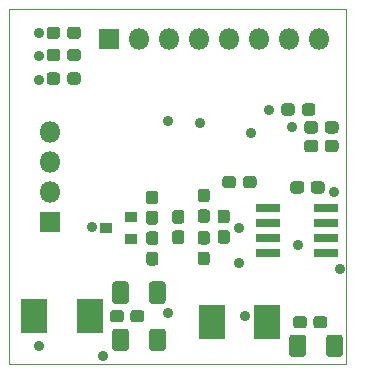
<source format=gbr>
%TF.GenerationSoftware,KiCad,Pcbnew,(5.1.6)-1*%
%TF.CreationDate,2021-09-30T15:23:08+02:00*%
%TF.ProjectId,Board,426f6172-642e-46b6-9963-61645f706362,rev?*%
%TF.SameCoordinates,PX367e320PY64168f0*%
%TF.FileFunction,Soldermask,Bot*%
%TF.FilePolarity,Negative*%
%FSLAX46Y46*%
G04 Gerber Fmt 4.6, Leading zero omitted, Abs format (unit mm)*
G04 Created by KiCad (PCBNEW (5.1.6)-1) date 2021-09-30 15:23:08*
%MOMM*%
%LPD*%
G01*
G04 APERTURE LIST*
%TA.AperFunction,Profile*%
%ADD10C,0.050000*%
%TD*%
%ADD11R,2.300000X2.850000*%
%ADD12R,2.081200X0.658800*%
%ADD13R,1.000000X0.900000*%
%ADD14R,1.800000X1.800000*%
%ADD15O,1.800000X1.800000*%
%ADD16C,0.900000*%
G04 APERTURE END LIST*
D10*
X28500000Y0D02*
X0Y0D01*
X28500000Y30000000D02*
X28500000Y0D01*
X0Y30000000D02*
X28500000Y30000000D01*
X0Y0D02*
X0Y30000000D01*
G36*
G01*
X25550000Y14657500D02*
X25550000Y15182500D01*
G75*
G02*
X25812500Y15445000I262500J0D01*
G01*
X26462500Y15445000D01*
G75*
G02*
X26725000Y15182500I0J-262500D01*
G01*
X26725000Y14657500D01*
G75*
G02*
X26462500Y14395000I-262500J0D01*
G01*
X25812500Y14395000D01*
G75*
G02*
X25550000Y14657500I0J262500D01*
G01*
G37*
G36*
G01*
X23825000Y14657500D02*
X23825000Y15182500D01*
G75*
G02*
X24087500Y15445000I262500J0D01*
G01*
X24737500Y15445000D01*
G75*
G02*
X25000000Y15182500I0J-262500D01*
G01*
X25000000Y14657500D01*
G75*
G02*
X24737500Y14395000I-262500J0D01*
G01*
X24087500Y14395000D01*
G75*
G02*
X23825000Y14657500I0J262500D01*
G01*
G37*
D11*
X21850000Y3500000D03*
X17150000Y3500000D03*
X6850000Y4000000D03*
X2150000Y4000000D03*
G36*
G01*
X26175000Y20262500D02*
X26175000Y19737500D01*
G75*
G02*
X25912500Y19475000I-262500J0D01*
G01*
X25262500Y19475000D01*
G75*
G02*
X25000000Y19737500I0J262500D01*
G01*
X25000000Y20262500D01*
G75*
G02*
X25262500Y20525000I262500J0D01*
G01*
X25912500Y20525000D01*
G75*
G02*
X26175000Y20262500I0J-262500D01*
G01*
G37*
G36*
G01*
X27900000Y20262500D02*
X27900000Y19737500D01*
G75*
G02*
X27637500Y19475000I-262500J0D01*
G01*
X26987500Y19475000D01*
G75*
G02*
X26725000Y19737500I0J262500D01*
G01*
X26725000Y20262500D01*
G75*
G02*
X26987500Y20525000I262500J0D01*
G01*
X27637500Y20525000D01*
G75*
G02*
X27900000Y20262500I0J-262500D01*
G01*
G37*
G36*
G01*
X26175000Y18672500D02*
X26175000Y18147500D01*
G75*
G02*
X25912500Y17885000I-262500J0D01*
G01*
X25262500Y17885000D01*
G75*
G02*
X25000000Y18147500I0J262500D01*
G01*
X25000000Y18672500D01*
G75*
G02*
X25262500Y18935000I262500J0D01*
G01*
X25912500Y18935000D01*
G75*
G02*
X26175000Y18672500I0J-262500D01*
G01*
G37*
G36*
G01*
X27900000Y18672500D02*
X27900000Y18147500D01*
G75*
G02*
X27637500Y17885000I-262500J0D01*
G01*
X26987500Y17885000D01*
G75*
G02*
X26725000Y18147500I0J262500D01*
G01*
X26725000Y18672500D01*
G75*
G02*
X26987500Y18935000I262500J0D01*
G01*
X27637500Y18935000D01*
G75*
G02*
X27900000Y18672500I0J-262500D01*
G01*
G37*
G36*
G01*
X25775000Y3237500D02*
X25775000Y3762500D01*
G75*
G02*
X26037500Y4025000I262500J0D01*
G01*
X26687500Y4025000D01*
G75*
G02*
X26950000Y3762500I0J-262500D01*
G01*
X26950000Y3237500D01*
G75*
G02*
X26687500Y2975000I-262500J0D01*
G01*
X26037500Y2975000D01*
G75*
G02*
X25775000Y3237500I0J262500D01*
G01*
G37*
G36*
G01*
X24050000Y3237500D02*
X24050000Y3762500D01*
G75*
G02*
X24312500Y4025000I262500J0D01*
G01*
X24962500Y4025000D01*
G75*
G02*
X25225000Y3762500I0J-262500D01*
G01*
X25225000Y3237500D01*
G75*
G02*
X24962500Y2975000I-262500J0D01*
G01*
X24312500Y2975000D01*
G75*
G02*
X24050000Y3237500I0J262500D01*
G01*
G37*
G36*
G01*
X10275000Y3737500D02*
X10275000Y4262500D01*
G75*
G02*
X10537500Y4525000I262500J0D01*
G01*
X11187500Y4525000D01*
G75*
G02*
X11450000Y4262500I0J-262500D01*
G01*
X11450000Y3737500D01*
G75*
G02*
X11187500Y3475000I-262500J0D01*
G01*
X10537500Y3475000D01*
G75*
G02*
X10275000Y3737500I0J262500D01*
G01*
G37*
G36*
G01*
X8550000Y3737500D02*
X8550000Y4262500D01*
G75*
G02*
X8812500Y4525000I262500J0D01*
G01*
X9462500Y4525000D01*
G75*
G02*
X9725000Y4262500I0J-262500D01*
G01*
X9725000Y3737500D01*
G75*
G02*
X9462500Y3475000I-262500J0D01*
G01*
X8812500Y3475000D01*
G75*
G02*
X8550000Y3737500I0J262500D01*
G01*
G37*
G36*
G01*
X18442500Y11862500D02*
X17917500Y11862500D01*
G75*
G02*
X17655000Y12125000I0J262500D01*
G01*
X17655000Y12775000D01*
G75*
G02*
X17917500Y13037500I262500J0D01*
G01*
X18442500Y13037500D01*
G75*
G02*
X18705000Y12775000I0J-262500D01*
G01*
X18705000Y12125000D01*
G75*
G02*
X18442500Y11862500I-262500J0D01*
G01*
G37*
G36*
G01*
X18442500Y10137500D02*
X17917500Y10137500D01*
G75*
G02*
X17655000Y10400000I0J262500D01*
G01*
X17655000Y11050000D01*
G75*
G02*
X17917500Y11312500I262500J0D01*
G01*
X18442500Y11312500D01*
G75*
G02*
X18705000Y11050000I0J-262500D01*
G01*
X18705000Y10400000D01*
G75*
G02*
X18442500Y10137500I-262500J0D01*
G01*
G37*
G36*
G01*
X14067500Y11279000D02*
X14592500Y11279000D01*
G75*
G02*
X14855000Y11016500I0J-262500D01*
G01*
X14855000Y10366500D01*
G75*
G02*
X14592500Y10104000I-262500J0D01*
G01*
X14067500Y10104000D01*
G75*
G02*
X13805000Y10366500I0J262500D01*
G01*
X13805000Y11016500D01*
G75*
G02*
X14067500Y11279000I262500J0D01*
G01*
G37*
G36*
G01*
X14067500Y13004000D02*
X14592500Y13004000D01*
G75*
G02*
X14855000Y12741500I0J-262500D01*
G01*
X14855000Y12091500D01*
G75*
G02*
X14592500Y11829000I-262500J0D01*
G01*
X14067500Y11829000D01*
G75*
G02*
X13805000Y12091500I0J262500D01*
G01*
X13805000Y12741500D01*
G75*
G02*
X14067500Y13004000I262500J0D01*
G01*
G37*
G36*
G01*
X12392500Y10025000D02*
X11867500Y10025000D01*
G75*
G02*
X11605000Y10287500I0J262500D01*
G01*
X11605000Y10937500D01*
G75*
G02*
X11867500Y11200000I262500J0D01*
G01*
X12392500Y11200000D01*
G75*
G02*
X12655000Y10937500I0J-262500D01*
G01*
X12655000Y10287500D01*
G75*
G02*
X12392500Y10025000I-262500J0D01*
G01*
G37*
G36*
G01*
X12392500Y8300000D02*
X11867500Y8300000D01*
G75*
G02*
X11605000Y8562500I0J262500D01*
G01*
X11605000Y9212500D01*
G75*
G02*
X11867500Y9475000I262500J0D01*
G01*
X12392500Y9475000D01*
G75*
G02*
X12655000Y9212500I0J-262500D01*
G01*
X12655000Y8562500D01*
G75*
G02*
X12392500Y8300000I-262500J0D01*
G01*
G37*
G36*
G01*
X12372500Y13475000D02*
X11847500Y13475000D01*
G75*
G02*
X11585000Y13737500I0J262500D01*
G01*
X11585000Y14387500D01*
G75*
G02*
X11847500Y14650000I262500J0D01*
G01*
X12372500Y14650000D01*
G75*
G02*
X12635000Y14387500I0J-262500D01*
G01*
X12635000Y13737500D01*
G75*
G02*
X12372500Y13475000I-262500J0D01*
G01*
G37*
G36*
G01*
X12372500Y11750000D02*
X11847500Y11750000D01*
G75*
G02*
X11585000Y12012500I0J262500D01*
G01*
X11585000Y12662500D01*
G75*
G02*
X11847500Y12925000I262500J0D01*
G01*
X12372500Y12925000D01*
G75*
G02*
X12635000Y12662500I0J-262500D01*
G01*
X12635000Y12012500D01*
G75*
G02*
X12372500Y11750000I-262500J0D01*
G01*
G37*
G36*
G01*
X11850000Y5318866D02*
X11850000Y6681134D01*
G75*
G02*
X12118866Y6950000I268866J0D01*
G01*
X13006134Y6950000D01*
G75*
G02*
X13275000Y6681134I0J-268866D01*
G01*
X13275000Y5318866D01*
G75*
G02*
X13006134Y5050000I-268866J0D01*
G01*
X12118866Y5050000D01*
G75*
G02*
X11850000Y5318866I0J268866D01*
G01*
G37*
G36*
G01*
X8725000Y5318866D02*
X8725000Y6681134D01*
G75*
G02*
X8993866Y6950000I268866J0D01*
G01*
X9881134Y6950000D01*
G75*
G02*
X10150000Y6681134I0J-268866D01*
G01*
X10150000Y5318866D01*
G75*
G02*
X9881134Y5050000I-268866J0D01*
G01*
X8993866Y5050000D01*
G75*
G02*
X8725000Y5318866I0J268866D01*
G01*
G37*
G36*
G01*
X26850000Y818866D02*
X26850000Y2181134D01*
G75*
G02*
X27118866Y2450000I268866J0D01*
G01*
X28006134Y2450000D01*
G75*
G02*
X28275000Y2181134I0J-268866D01*
G01*
X28275000Y818866D01*
G75*
G02*
X28006134Y550000I-268866J0D01*
G01*
X27118866Y550000D01*
G75*
G02*
X26850000Y818866I0J268866D01*
G01*
G37*
G36*
G01*
X23725000Y818866D02*
X23725000Y2181134D01*
G75*
G02*
X23993866Y2450000I268866J0D01*
G01*
X24881134Y2450000D01*
G75*
G02*
X25150000Y2181134I0J-268866D01*
G01*
X25150000Y818866D01*
G75*
G02*
X24881134Y550000I-268866J0D01*
G01*
X23993866Y550000D01*
G75*
G02*
X23725000Y818866I0J268866D01*
G01*
G37*
G36*
G01*
X11850000Y1318866D02*
X11850000Y2681134D01*
G75*
G02*
X12118866Y2950000I268866J0D01*
G01*
X13006134Y2950000D01*
G75*
G02*
X13275000Y2681134I0J-268866D01*
G01*
X13275000Y1318866D01*
G75*
G02*
X13006134Y1050000I-268866J0D01*
G01*
X12118866Y1050000D01*
G75*
G02*
X11850000Y1318866I0J268866D01*
G01*
G37*
G36*
G01*
X8725000Y1318866D02*
X8725000Y2681134D01*
G75*
G02*
X8993866Y2950000I268866J0D01*
G01*
X9881134Y2950000D01*
G75*
G02*
X10150000Y2681134I0J-268866D01*
G01*
X10150000Y1318866D01*
G75*
G02*
X9881134Y1050000I-268866J0D01*
G01*
X8993866Y1050000D01*
G75*
G02*
X8725000Y1318866I0J268866D01*
G01*
G37*
D12*
X26877600Y13205000D03*
X26877600Y11935000D03*
X26877600Y10665000D03*
X26877600Y9395000D03*
X21950000Y9395000D03*
X21950000Y10665000D03*
X21950000Y11935000D03*
X21950000Y13205000D03*
D13*
X10310000Y12440000D03*
X10310000Y10540000D03*
X8210000Y11490000D03*
G36*
G01*
X24200000Y21762500D02*
X24200000Y21237500D01*
G75*
G02*
X23937500Y20975000I-262500J0D01*
G01*
X23312500Y20975000D01*
G75*
G02*
X23050000Y21237500I0J262500D01*
G01*
X23050000Y21762500D01*
G75*
G02*
X23312500Y22025000I262500J0D01*
G01*
X23937500Y22025000D01*
G75*
G02*
X24200000Y21762500I0J-262500D01*
G01*
G37*
G36*
G01*
X25950000Y21762500D02*
X25950000Y21237500D01*
G75*
G02*
X25687500Y20975000I-262500J0D01*
G01*
X25062500Y20975000D01*
G75*
G02*
X24800000Y21237500I0J262500D01*
G01*
X24800000Y21762500D01*
G75*
G02*
X25062500Y22025000I262500J0D01*
G01*
X25687500Y22025000D01*
G75*
G02*
X25950000Y21762500I0J-262500D01*
G01*
G37*
G36*
G01*
X16226500Y13055500D02*
X16751500Y13055500D01*
G75*
G02*
X17014000Y12793000I0J-262500D01*
G01*
X17014000Y12168000D01*
G75*
G02*
X16751500Y11905500I-262500J0D01*
G01*
X16226500Y11905500D01*
G75*
G02*
X15964000Y12168000I0J262500D01*
G01*
X15964000Y12793000D01*
G75*
G02*
X16226500Y13055500I262500J0D01*
G01*
G37*
G36*
G01*
X16226500Y14805500D02*
X16751500Y14805500D01*
G75*
G02*
X17014000Y14543000I0J-262500D01*
G01*
X17014000Y13918000D01*
G75*
G02*
X16751500Y13655500I-262500J0D01*
G01*
X16226500Y13655500D01*
G75*
G02*
X15964000Y13918000I0J262500D01*
G01*
X15964000Y14543000D01*
G75*
G02*
X16226500Y14805500I262500J0D01*
G01*
G37*
G36*
G01*
X16226500Y11226000D02*
X16751500Y11226000D01*
G75*
G02*
X17014000Y10963500I0J-262500D01*
G01*
X17014000Y10338500D01*
G75*
G02*
X16751500Y10076000I-262500J0D01*
G01*
X16226500Y10076000D01*
G75*
G02*
X15964000Y10338500I0J262500D01*
G01*
X15964000Y10963500D01*
G75*
G02*
X16226500Y11226000I262500J0D01*
G01*
G37*
G36*
G01*
X16226500Y9476000D02*
X16751500Y9476000D01*
G75*
G02*
X17014000Y9213500I0J-262500D01*
G01*
X17014000Y8588500D01*
G75*
G02*
X16751500Y8326000I-262500J0D01*
G01*
X16226500Y8326000D01*
G75*
G02*
X15964000Y8588500I0J262500D01*
G01*
X15964000Y9213500D01*
G75*
G02*
X16226500Y9476000I262500J0D01*
G01*
G37*
G36*
G01*
X4930000Y23867500D02*
X4930000Y24392500D01*
G75*
G02*
X5192500Y24655000I262500J0D01*
G01*
X5817500Y24655000D01*
G75*
G02*
X6080000Y24392500I0J-262500D01*
G01*
X6080000Y23867500D01*
G75*
G02*
X5817500Y23605000I-262500J0D01*
G01*
X5192500Y23605000D01*
G75*
G02*
X4930000Y23867500I0J262500D01*
G01*
G37*
G36*
G01*
X3180000Y23867500D02*
X3180000Y24392500D01*
G75*
G02*
X3442500Y24655000I262500J0D01*
G01*
X4067500Y24655000D01*
G75*
G02*
X4330000Y24392500I0J-262500D01*
G01*
X4330000Y23867500D01*
G75*
G02*
X4067500Y23605000I-262500J0D01*
G01*
X3442500Y23605000D01*
G75*
G02*
X3180000Y23867500I0J262500D01*
G01*
G37*
G36*
G01*
X3180000Y25857500D02*
X3180000Y26382500D01*
G75*
G02*
X3442500Y26645000I262500J0D01*
G01*
X4067500Y26645000D01*
G75*
G02*
X4330000Y26382500I0J-262500D01*
G01*
X4330000Y25857500D01*
G75*
G02*
X4067500Y25595000I-262500J0D01*
G01*
X3442500Y25595000D01*
G75*
G02*
X3180000Y25857500I0J262500D01*
G01*
G37*
G36*
G01*
X4930000Y25857500D02*
X4930000Y26382500D01*
G75*
G02*
X5192500Y26645000I262500J0D01*
G01*
X5817500Y26645000D01*
G75*
G02*
X6080000Y26382500I0J-262500D01*
G01*
X6080000Y25857500D01*
G75*
G02*
X5817500Y25595000I-262500J0D01*
G01*
X5192500Y25595000D01*
G75*
G02*
X4930000Y25857500I0J262500D01*
G01*
G37*
G36*
G01*
X4930000Y27737500D02*
X4930000Y28262500D01*
G75*
G02*
X5192500Y28525000I262500J0D01*
G01*
X5817500Y28525000D01*
G75*
G02*
X6080000Y28262500I0J-262500D01*
G01*
X6080000Y27737500D01*
G75*
G02*
X5817500Y27475000I-262500J0D01*
G01*
X5192500Y27475000D01*
G75*
G02*
X4930000Y27737500I0J262500D01*
G01*
G37*
G36*
G01*
X3180000Y27737500D02*
X3180000Y28262500D01*
G75*
G02*
X3442500Y28525000I262500J0D01*
G01*
X4067500Y28525000D01*
G75*
G02*
X4330000Y28262500I0J-262500D01*
G01*
X4330000Y27737500D01*
G75*
G02*
X4067500Y27475000I-262500J0D01*
G01*
X3442500Y27475000D01*
G75*
G02*
X3180000Y27737500I0J262500D01*
G01*
G37*
G36*
G01*
X19213500Y15626500D02*
X19213500Y15101500D01*
G75*
G02*
X18951000Y14839000I-262500J0D01*
G01*
X18326000Y14839000D01*
G75*
G02*
X18063500Y15101500I0J262500D01*
G01*
X18063500Y15626500D01*
G75*
G02*
X18326000Y15889000I262500J0D01*
G01*
X18951000Y15889000D01*
G75*
G02*
X19213500Y15626500I0J-262500D01*
G01*
G37*
G36*
G01*
X20963500Y15626500D02*
X20963500Y15101500D01*
G75*
G02*
X20701000Y14839000I-262500J0D01*
G01*
X20076000Y14839000D01*
G75*
G02*
X19813500Y15101500I0J262500D01*
G01*
X19813500Y15626500D01*
G75*
G02*
X20076000Y15889000I262500J0D01*
G01*
X20701000Y15889000D01*
G75*
G02*
X20963500Y15626500I0J-262500D01*
G01*
G37*
D14*
X8500000Y27500000D03*
D15*
X11040000Y27500000D03*
X13580000Y27500000D03*
X16120000Y27500000D03*
X18660000Y27500000D03*
X21200000Y27500000D03*
X23740000Y27500000D03*
X26280000Y27500000D03*
D14*
X3500000Y12000000D03*
D15*
X3500000Y14540000D03*
X3500000Y17080000D03*
X3500000Y19620000D03*
D16*
X19468852Y11468852D03*
X7030331Y11530331D03*
X19500000Y8500000D03*
X24500000Y10000000D03*
X27500000Y14500000D03*
X28000000Y8000000D03*
X2500000Y26000000D03*
X2500000Y28000000D03*
X24000000Y20000000D03*
X20000000Y4000000D03*
X2500000Y24000000D03*
X13500000Y4300002D03*
X2500000Y1500000D03*
X8000000Y625000D03*
X16150000Y20375000D03*
X20500000Y19500000D03*
X13500000Y20500000D03*
X22000000Y21500000D03*
M02*

</source>
